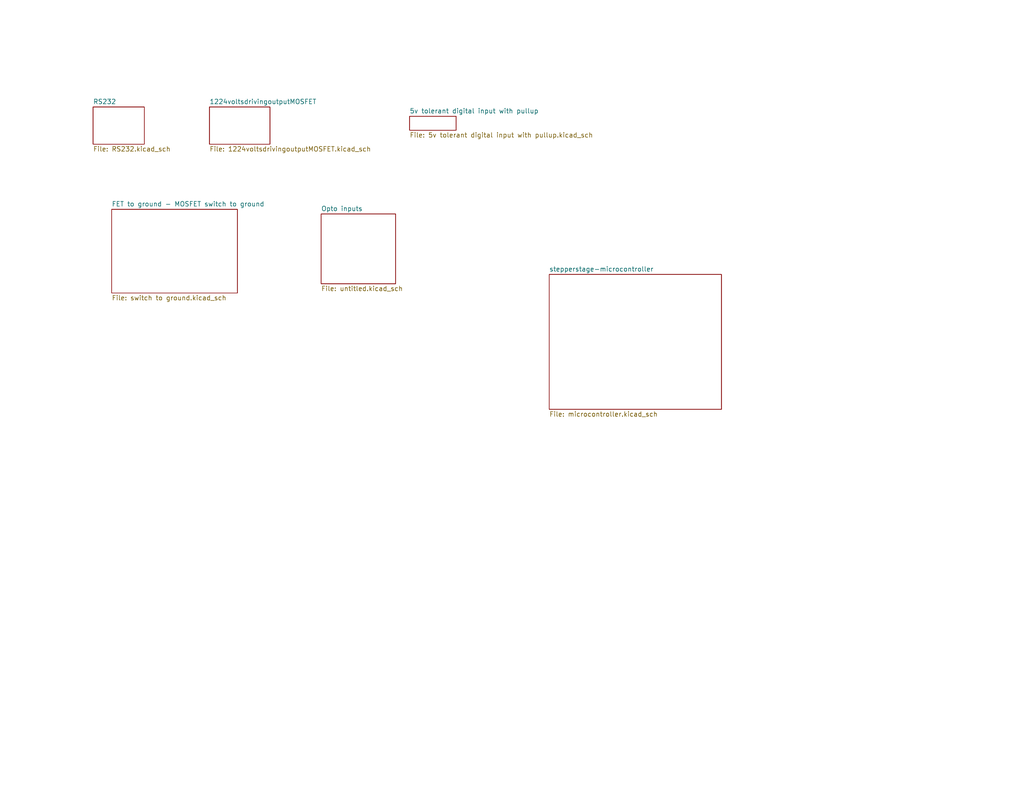
<source format=kicad_sch>
(kicad_sch
	(version 20231120)
	(generator "eeschema")
	(generator_version "8.0")
	(uuid "a8746ab6-0163-416c-99f9-0036ded73fc6")
	(paper "A")
	(lib_symbols)
	(sheet
		(at 57.15 29.21)
		(size 16.51 10.16)
		(fields_autoplaced yes)
		(stroke
			(width 0.1524)
			(type solid)
		)
		(fill
			(color 0 0 0 0.0000)
		)
		(uuid "15a42c98-7d13-43cc-bc93-127d5e629e85")
		(property "Sheetname" "1224voltsdrivingoutputMOSFET"
			(at 57.15 28.4984 0)
			(effects
				(font
					(size 1.27 1.27)
				)
				(justify left bottom)
			)
		)
		(property "Sheetfile" "1224voltsdrivingoutputMOSFET.kicad_sch"
			(at 57.15 39.9546 0)
			(effects
				(font
					(size 1.27 1.27)
				)
				(justify left top)
			)
		)
		(instances
			(project "NEOCERA_jnr_project"
				(path "/a8746ab6-0163-416c-99f9-0036ded73fc6"
					(page "3")
				)
			)
		)
	)
	(sheet
		(at 111.76 31.75)
		(size 12.7 3.81)
		(fields_autoplaced yes)
		(stroke
			(width 0.1524)
			(type solid)
		)
		(fill
			(color 0 0 0 0.0000)
		)
		(uuid "7496db41-63f6-4a75-8598-ef441d310206")
		(property "Sheetname" "5v tolerant digital input with pullup"
			(at 111.76 31.0384 0)
			(effects
				(font
					(size 1.27 1.27)
				)
				(justify left bottom)
			)
		)
		(property "Sheetfile" "5v tolerant digital input with pullup.kicad_sch"
			(at 111.76 36.1446 0)
			(effects
				(font
					(size 1.27 1.27)
				)
				(justify left top)
			)
		)
		(instances
			(project "NEOCERA_jnr_project"
				(path "/a8746ab6-0163-416c-99f9-0036ded73fc6"
					(page "4")
				)
			)
		)
	)
	(sheet
		(at 149.86 74.93)
		(size 46.99 36.83)
		(fields_autoplaced yes)
		(stroke
			(width 0.1524)
			(type solid)
		)
		(fill
			(color 0 0 0 0.0000)
		)
		(uuid "7c623796-d9f9-4e80-bc61-cf769a75c278")
		(property "Sheetname" "stepperstage-microcontroller"
			(at 149.86 74.2184 0)
			(effects
				(font
					(size 1.27 1.27)
				)
				(justify left bottom)
			)
		)
		(property "Sheetfile" "microcontroller.kicad_sch"
			(at 149.86 112.3446 0)
			(effects
				(font
					(size 1.27 1.27)
				)
				(justify left top)
			)
		)
		(instances
			(project "NEOCERA_jnr_project"
				(path "/a8746ab6-0163-416c-99f9-0036ded73fc6"
					(page "7")
				)
			)
		)
	)
	(sheet
		(at 87.63 58.42)
		(size 20.32 19.05)
		(fields_autoplaced yes)
		(stroke
			(width 0.1524)
			(type solid)
		)
		(fill
			(color 0 0 0 0.0000)
		)
		(uuid "88df64fe-9eda-4a8b-8895-ba5d4a8e12c9")
		(property "Sheetname" "Opto inputs"
			(at 87.63 57.7084 0)
			(effects
				(font
					(size 1.27 1.27)
				)
				(justify left bottom)
			)
		)
		(property "Sheetfile" "untitled.kicad_sch"
			(at 87.63 78.0546 0)
			(effects
				(font
					(size 1.27 1.27)
				)
				(justify left top)
			)
		)
		(instances
			(project "NEOCERA_jnr_project"
				(path "/a8746ab6-0163-416c-99f9-0036ded73fc6"
					(page "6")
				)
			)
		)
	)
	(sheet
		(at 30.48 57.15)
		(size 34.29 22.86)
		(fields_autoplaced yes)
		(stroke
			(width 0.1524)
			(type solid)
		)
		(fill
			(color 0 0 0 0.0000)
		)
		(uuid "9b5b25d8-baef-4cac-83b0-db0f684b8008")
		(property "Sheetname" "FET to ground - MOSFET switch to ground"
			(at 30.48 56.4384 0)
			(effects
				(font
					(size 1.27 1.27)
				)
				(justify left bottom)
			)
		)
		(property "Sheetfile" "switch to ground.kicad_sch"
			(at 30.48 80.5946 0)
			(effects
				(font
					(size 1.27 1.27)
				)
				(justify left top)
			)
		)
		(instances
			(project "NEOCERA_jnr_project"
				(path "/a8746ab6-0163-416c-99f9-0036ded73fc6"
					(page "5")
				)
			)
		)
	)
	(sheet
		(at 25.4 29.21)
		(size 13.97 10.16)
		(fields_autoplaced yes)
		(stroke
			(width 0.1524)
			(type solid)
		)
		(fill
			(color 0 0 0 0.0000)
		)
		(uuid "f4efddb7-db53-433c-ab56-6972b865441e")
		(property "Sheetname" "RS232"
			(at 25.4 28.4984 0)
			(effects
				(font
					(size 1.27 1.27)
				)
				(justify left bottom)
			)
		)
		(property "Sheetfile" "RS232.kicad_sch"
			(at 25.4 39.9546 0)
			(effects
				(font
					(size 1.27 1.27)
				)
				(justify left top)
			)
		)
		(instances
			(project "NEOCERA_jnr_project"
				(path "/a8746ab6-0163-416c-99f9-0036ded73fc6"
					(page "2")
				)
			)
		)
	)
	(sheet_instances
		(path "/"
			(page "1")
		)
	)
)

</source>
